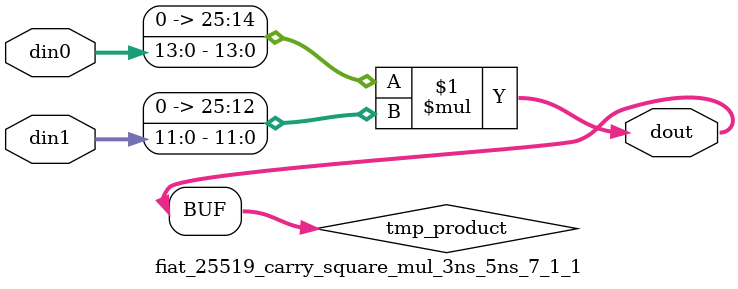
<source format=v>

`timescale 1 ns / 1 ps

  module fiat_25519_carry_square_mul_3ns_5ns_7_1_1(din0, din1, dout);
parameter ID = 1;
parameter NUM_STAGE = 0;
parameter din0_WIDTH = 14;
parameter din1_WIDTH = 12;
parameter dout_WIDTH = 26;

input [din0_WIDTH - 1 : 0] din0; 
input [din1_WIDTH - 1 : 0] din1; 
output [dout_WIDTH - 1 : 0] dout;

wire signed [dout_WIDTH - 1 : 0] tmp_product;










assign tmp_product = $signed({1'b0, din0}) * $signed({1'b0, din1});











assign dout = tmp_product;







endmodule

</source>
